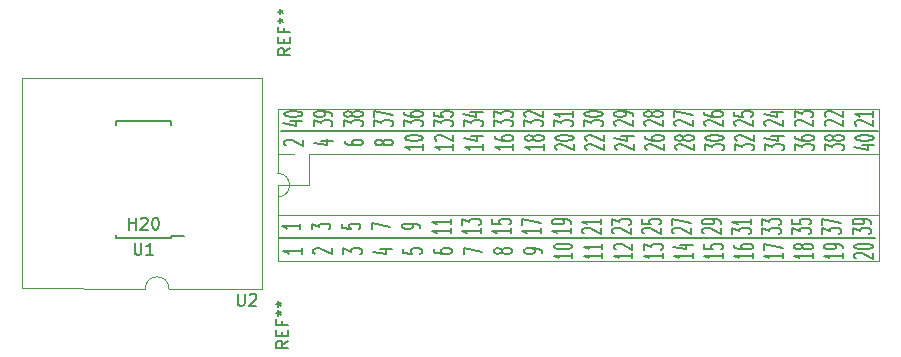
<source format=gbr>
%TF.GenerationSoftware,KiCad,Pcbnew,6.0.11*%
%TF.CreationDate,2024-12-01T18:54:20+01:00*%
%TF.ProjectId,MP6532_board_adapter,4d503635-3332-45f6-926f-6172645f6164,rev?*%
%TF.SameCoordinates,Original*%
%TF.FileFunction,Legend,Top*%
%TF.FilePolarity,Positive*%
%FSLAX46Y46*%
G04 Gerber Fmt 4.6, Leading zero omitted, Abs format (unit mm)*
G04 Created by KiCad (PCBNEW 6.0.11) date 2024-12-01 18:54:20*
%MOMM*%
%LPD*%
G01*
G04 APERTURE LIST*
%ADD10C,0.150000*%
%ADD11C,0.120000*%
G04 APERTURE END LIST*
D10*
X49500000Y-51100000D02*
X100000000Y-51100000D01*
X49700000Y-42000000D02*
X100200000Y-42000000D01*
X50435328Y-41198571D02*
X51488661Y-41198571D01*
X49833423Y-41389047D02*
X50961995Y-41579523D01*
X50961995Y-41084285D01*
X49908661Y-40627142D02*
X49908661Y-40550952D01*
X49983900Y-40474761D01*
X50059138Y-40436666D01*
X50209614Y-40398571D01*
X50510566Y-40360476D01*
X50886757Y-40360476D01*
X51187709Y-40398571D01*
X51338185Y-40436666D01*
X51413423Y-40474761D01*
X51488661Y-40550952D01*
X51488661Y-40627142D01*
X51413423Y-40703333D01*
X51338185Y-40741428D01*
X51187709Y-40779523D01*
X50886757Y-40817619D01*
X50510566Y-40817619D01*
X50209614Y-40779523D01*
X50059138Y-40741428D01*
X49983900Y-40703333D01*
X49908661Y-40627142D01*
X52452461Y-41617619D02*
X52452461Y-41122380D01*
X53054366Y-41389047D01*
X53054366Y-41274761D01*
X53129604Y-41198571D01*
X53204842Y-41160476D01*
X53355319Y-41122380D01*
X53731509Y-41122380D01*
X53881985Y-41160476D01*
X53957223Y-41198571D01*
X54032461Y-41274761D01*
X54032461Y-41503333D01*
X53957223Y-41579523D01*
X53881985Y-41617619D01*
X54032461Y-40741428D02*
X54032461Y-40589047D01*
X53957223Y-40512857D01*
X53881985Y-40474761D01*
X53656271Y-40398571D01*
X53355319Y-40360476D01*
X52753414Y-40360476D01*
X52602938Y-40398571D01*
X52527700Y-40436666D01*
X52452461Y-40512857D01*
X52452461Y-40665238D01*
X52527700Y-40741428D01*
X52602938Y-40779523D01*
X52753414Y-40817619D01*
X53129604Y-40817619D01*
X53280080Y-40779523D01*
X53355319Y-40741428D01*
X53430557Y-40665238D01*
X53430557Y-40512857D01*
X53355319Y-40436666D01*
X53280080Y-40398571D01*
X53129604Y-40360476D01*
X54996261Y-41617619D02*
X54996261Y-41122380D01*
X55598166Y-41389047D01*
X55598166Y-41274761D01*
X55673404Y-41198571D01*
X55748642Y-41160476D01*
X55899119Y-41122380D01*
X56275309Y-41122380D01*
X56425785Y-41160476D01*
X56501023Y-41198571D01*
X56576261Y-41274761D01*
X56576261Y-41503333D01*
X56501023Y-41579523D01*
X56425785Y-41617619D01*
X55673404Y-40665238D02*
X55598166Y-40741428D01*
X55522928Y-40779523D01*
X55372452Y-40817619D01*
X55297214Y-40817619D01*
X55146738Y-40779523D01*
X55071500Y-40741428D01*
X54996261Y-40665238D01*
X54996261Y-40512857D01*
X55071500Y-40436666D01*
X55146738Y-40398571D01*
X55297214Y-40360476D01*
X55372452Y-40360476D01*
X55522928Y-40398571D01*
X55598166Y-40436666D01*
X55673404Y-40512857D01*
X55673404Y-40665238D01*
X55748642Y-40741428D01*
X55823880Y-40779523D01*
X55974357Y-40817619D01*
X56275309Y-40817619D01*
X56425785Y-40779523D01*
X56501023Y-40741428D01*
X56576261Y-40665238D01*
X56576261Y-40512857D01*
X56501023Y-40436666D01*
X56425785Y-40398571D01*
X56275309Y-40360476D01*
X55974357Y-40360476D01*
X55823880Y-40398571D01*
X55748642Y-40436666D01*
X55673404Y-40512857D01*
X57540061Y-41617619D02*
X57540061Y-41122380D01*
X58141966Y-41389047D01*
X58141966Y-41274761D01*
X58217204Y-41198571D01*
X58292442Y-41160476D01*
X58442919Y-41122380D01*
X58819109Y-41122380D01*
X58969585Y-41160476D01*
X59044823Y-41198571D01*
X59120061Y-41274761D01*
X59120061Y-41503333D01*
X59044823Y-41579523D01*
X58969585Y-41617619D01*
X57540061Y-40855714D02*
X57540061Y-40322380D01*
X59120061Y-40665238D01*
X60083861Y-41617619D02*
X60083861Y-41122380D01*
X60685766Y-41389047D01*
X60685766Y-41274761D01*
X60761004Y-41198571D01*
X60836242Y-41160476D01*
X60986719Y-41122380D01*
X61362909Y-41122380D01*
X61513385Y-41160476D01*
X61588623Y-41198571D01*
X61663861Y-41274761D01*
X61663861Y-41503333D01*
X61588623Y-41579523D01*
X61513385Y-41617619D01*
X60083861Y-40436666D02*
X60083861Y-40589047D01*
X60159100Y-40665238D01*
X60234338Y-40703333D01*
X60460052Y-40779523D01*
X60761004Y-40817619D01*
X61362909Y-40817619D01*
X61513385Y-40779523D01*
X61588623Y-40741428D01*
X61663861Y-40665238D01*
X61663861Y-40512857D01*
X61588623Y-40436666D01*
X61513385Y-40398571D01*
X61362909Y-40360476D01*
X60986719Y-40360476D01*
X60836242Y-40398571D01*
X60761004Y-40436666D01*
X60685766Y-40512857D01*
X60685766Y-40665238D01*
X60761004Y-40741428D01*
X60836242Y-40779523D01*
X60986719Y-40817619D01*
X62627661Y-41617619D02*
X62627661Y-41122380D01*
X63229566Y-41389047D01*
X63229566Y-41274761D01*
X63304804Y-41198571D01*
X63380042Y-41160476D01*
X63530519Y-41122380D01*
X63906709Y-41122380D01*
X64057185Y-41160476D01*
X64132423Y-41198571D01*
X64207661Y-41274761D01*
X64207661Y-41503333D01*
X64132423Y-41579523D01*
X64057185Y-41617619D01*
X62627661Y-40398571D02*
X62627661Y-40779523D01*
X63380042Y-40817619D01*
X63304804Y-40779523D01*
X63229566Y-40703333D01*
X63229566Y-40512857D01*
X63304804Y-40436666D01*
X63380042Y-40398571D01*
X63530519Y-40360476D01*
X63906709Y-40360476D01*
X64057185Y-40398571D01*
X64132423Y-40436666D01*
X64207661Y-40512857D01*
X64207661Y-40703333D01*
X64132423Y-40779523D01*
X64057185Y-40817619D01*
X65171461Y-41617619D02*
X65171461Y-41122380D01*
X65773366Y-41389047D01*
X65773366Y-41274761D01*
X65848604Y-41198571D01*
X65923842Y-41160476D01*
X66074319Y-41122380D01*
X66450509Y-41122380D01*
X66600985Y-41160476D01*
X66676223Y-41198571D01*
X66751461Y-41274761D01*
X66751461Y-41503333D01*
X66676223Y-41579523D01*
X66600985Y-41617619D01*
X65698128Y-40436666D02*
X66751461Y-40436666D01*
X65096223Y-40627142D02*
X66224795Y-40817619D01*
X66224795Y-40322380D01*
X67715261Y-41617619D02*
X67715261Y-41122380D01*
X68317166Y-41389047D01*
X68317166Y-41274761D01*
X68392404Y-41198571D01*
X68467642Y-41160476D01*
X68618119Y-41122380D01*
X68994309Y-41122380D01*
X69144785Y-41160476D01*
X69220023Y-41198571D01*
X69295261Y-41274761D01*
X69295261Y-41503333D01*
X69220023Y-41579523D01*
X69144785Y-41617619D01*
X67715261Y-40855714D02*
X67715261Y-40360476D01*
X68317166Y-40627142D01*
X68317166Y-40512857D01*
X68392404Y-40436666D01*
X68467642Y-40398571D01*
X68618119Y-40360476D01*
X68994309Y-40360476D01*
X69144785Y-40398571D01*
X69220023Y-40436666D01*
X69295261Y-40512857D01*
X69295261Y-40741428D01*
X69220023Y-40817619D01*
X69144785Y-40855714D01*
X70259061Y-41617619D02*
X70259061Y-41122380D01*
X70860966Y-41389047D01*
X70860966Y-41274761D01*
X70936204Y-41198571D01*
X71011442Y-41160476D01*
X71161919Y-41122380D01*
X71538109Y-41122380D01*
X71688585Y-41160476D01*
X71763823Y-41198571D01*
X71839061Y-41274761D01*
X71839061Y-41503333D01*
X71763823Y-41579523D01*
X71688585Y-41617619D01*
X70409538Y-40817619D02*
X70334300Y-40779523D01*
X70259061Y-40703333D01*
X70259061Y-40512857D01*
X70334300Y-40436666D01*
X70409538Y-40398571D01*
X70560014Y-40360476D01*
X70710490Y-40360476D01*
X70936204Y-40398571D01*
X71839061Y-40855714D01*
X71839061Y-40360476D01*
X72802861Y-41617619D02*
X72802861Y-41122380D01*
X73404766Y-41389047D01*
X73404766Y-41274761D01*
X73480004Y-41198571D01*
X73555242Y-41160476D01*
X73705719Y-41122380D01*
X74081909Y-41122380D01*
X74232385Y-41160476D01*
X74307623Y-41198571D01*
X74382861Y-41274761D01*
X74382861Y-41503333D01*
X74307623Y-41579523D01*
X74232385Y-41617619D01*
X74382861Y-40360476D02*
X74382861Y-40817619D01*
X74382861Y-40589047D02*
X72802861Y-40589047D01*
X73028576Y-40665238D01*
X73179052Y-40741428D01*
X73254290Y-40817619D01*
X75346661Y-41617619D02*
X75346661Y-41122380D01*
X75948566Y-41389047D01*
X75948566Y-41274761D01*
X76023804Y-41198571D01*
X76099042Y-41160476D01*
X76249519Y-41122380D01*
X76625709Y-41122380D01*
X76776185Y-41160476D01*
X76851423Y-41198571D01*
X76926661Y-41274761D01*
X76926661Y-41503333D01*
X76851423Y-41579523D01*
X76776185Y-41617619D01*
X75346661Y-40627142D02*
X75346661Y-40550952D01*
X75421900Y-40474761D01*
X75497138Y-40436666D01*
X75647614Y-40398571D01*
X75948566Y-40360476D01*
X76324757Y-40360476D01*
X76625709Y-40398571D01*
X76776185Y-40436666D01*
X76851423Y-40474761D01*
X76926661Y-40550952D01*
X76926661Y-40627142D01*
X76851423Y-40703333D01*
X76776185Y-40741428D01*
X76625709Y-40779523D01*
X76324757Y-40817619D01*
X75948566Y-40817619D01*
X75647614Y-40779523D01*
X75497138Y-40741428D01*
X75421900Y-40703333D01*
X75346661Y-40627142D01*
X78040938Y-41579523D02*
X77965700Y-41541428D01*
X77890461Y-41465238D01*
X77890461Y-41274761D01*
X77965700Y-41198571D01*
X78040938Y-41160476D01*
X78191414Y-41122380D01*
X78341890Y-41122380D01*
X78567604Y-41160476D01*
X79470461Y-41617619D01*
X79470461Y-41122380D01*
X79470461Y-40741428D02*
X79470461Y-40589047D01*
X79395223Y-40512857D01*
X79319985Y-40474761D01*
X79094271Y-40398571D01*
X78793319Y-40360476D01*
X78191414Y-40360476D01*
X78040938Y-40398571D01*
X77965700Y-40436666D01*
X77890461Y-40512857D01*
X77890461Y-40665238D01*
X77965700Y-40741428D01*
X78040938Y-40779523D01*
X78191414Y-40817619D01*
X78567604Y-40817619D01*
X78718080Y-40779523D01*
X78793319Y-40741428D01*
X78868557Y-40665238D01*
X78868557Y-40512857D01*
X78793319Y-40436666D01*
X78718080Y-40398571D01*
X78567604Y-40360476D01*
X80584738Y-41579523D02*
X80509500Y-41541428D01*
X80434261Y-41465238D01*
X80434261Y-41274761D01*
X80509500Y-41198571D01*
X80584738Y-41160476D01*
X80735214Y-41122380D01*
X80885690Y-41122380D01*
X81111404Y-41160476D01*
X82014261Y-41617619D01*
X82014261Y-41122380D01*
X81111404Y-40665238D02*
X81036166Y-40741428D01*
X80960928Y-40779523D01*
X80810452Y-40817619D01*
X80735214Y-40817619D01*
X80584738Y-40779523D01*
X80509500Y-40741428D01*
X80434261Y-40665238D01*
X80434261Y-40512857D01*
X80509500Y-40436666D01*
X80584738Y-40398571D01*
X80735214Y-40360476D01*
X80810452Y-40360476D01*
X80960928Y-40398571D01*
X81036166Y-40436666D01*
X81111404Y-40512857D01*
X81111404Y-40665238D01*
X81186642Y-40741428D01*
X81261880Y-40779523D01*
X81412357Y-40817619D01*
X81713309Y-40817619D01*
X81863785Y-40779523D01*
X81939023Y-40741428D01*
X82014261Y-40665238D01*
X82014261Y-40512857D01*
X81939023Y-40436666D01*
X81863785Y-40398571D01*
X81713309Y-40360476D01*
X81412357Y-40360476D01*
X81261880Y-40398571D01*
X81186642Y-40436666D01*
X81111404Y-40512857D01*
X83128538Y-41579523D02*
X83053300Y-41541428D01*
X82978061Y-41465238D01*
X82978061Y-41274761D01*
X83053300Y-41198571D01*
X83128538Y-41160476D01*
X83279014Y-41122380D01*
X83429490Y-41122380D01*
X83655204Y-41160476D01*
X84558061Y-41617619D01*
X84558061Y-41122380D01*
X82978061Y-40855714D02*
X82978061Y-40322380D01*
X84558061Y-40665238D01*
X85672338Y-41579523D02*
X85597100Y-41541428D01*
X85521861Y-41465238D01*
X85521861Y-41274761D01*
X85597100Y-41198571D01*
X85672338Y-41160476D01*
X85822814Y-41122380D01*
X85973290Y-41122380D01*
X86199004Y-41160476D01*
X87101861Y-41617619D01*
X87101861Y-41122380D01*
X85521861Y-40436666D02*
X85521861Y-40589047D01*
X85597100Y-40665238D01*
X85672338Y-40703333D01*
X85898052Y-40779523D01*
X86199004Y-40817619D01*
X86800909Y-40817619D01*
X86951385Y-40779523D01*
X87026623Y-40741428D01*
X87101861Y-40665238D01*
X87101861Y-40512857D01*
X87026623Y-40436666D01*
X86951385Y-40398571D01*
X86800909Y-40360476D01*
X86424719Y-40360476D01*
X86274242Y-40398571D01*
X86199004Y-40436666D01*
X86123766Y-40512857D01*
X86123766Y-40665238D01*
X86199004Y-40741428D01*
X86274242Y-40779523D01*
X86424719Y-40817619D01*
X88216138Y-41579523D02*
X88140900Y-41541428D01*
X88065661Y-41465238D01*
X88065661Y-41274761D01*
X88140900Y-41198571D01*
X88216138Y-41160476D01*
X88366614Y-41122380D01*
X88517090Y-41122380D01*
X88742804Y-41160476D01*
X89645661Y-41617619D01*
X89645661Y-41122380D01*
X88065661Y-40398571D02*
X88065661Y-40779523D01*
X88818042Y-40817619D01*
X88742804Y-40779523D01*
X88667566Y-40703333D01*
X88667566Y-40512857D01*
X88742804Y-40436666D01*
X88818042Y-40398571D01*
X88968519Y-40360476D01*
X89344709Y-40360476D01*
X89495185Y-40398571D01*
X89570423Y-40436666D01*
X89645661Y-40512857D01*
X89645661Y-40703333D01*
X89570423Y-40779523D01*
X89495185Y-40817619D01*
X90759938Y-41579523D02*
X90684700Y-41541428D01*
X90609461Y-41465238D01*
X90609461Y-41274761D01*
X90684700Y-41198571D01*
X90759938Y-41160476D01*
X90910414Y-41122380D01*
X91060890Y-41122380D01*
X91286604Y-41160476D01*
X92189461Y-41617619D01*
X92189461Y-41122380D01*
X91136128Y-40436666D02*
X92189461Y-40436666D01*
X90534223Y-40627142D02*
X91662795Y-40817619D01*
X91662795Y-40322380D01*
X93303738Y-41579523D02*
X93228500Y-41541428D01*
X93153261Y-41465238D01*
X93153261Y-41274761D01*
X93228500Y-41198571D01*
X93303738Y-41160476D01*
X93454214Y-41122380D01*
X93604690Y-41122380D01*
X93830404Y-41160476D01*
X94733261Y-41617619D01*
X94733261Y-41122380D01*
X93153261Y-40855714D02*
X93153261Y-40360476D01*
X93755166Y-40627142D01*
X93755166Y-40512857D01*
X93830404Y-40436666D01*
X93905642Y-40398571D01*
X94056119Y-40360476D01*
X94432309Y-40360476D01*
X94582785Y-40398571D01*
X94658023Y-40436666D01*
X94733261Y-40512857D01*
X94733261Y-40741428D01*
X94658023Y-40817619D01*
X94582785Y-40855714D01*
X95847538Y-41579523D02*
X95772300Y-41541428D01*
X95697061Y-41465238D01*
X95697061Y-41274761D01*
X95772300Y-41198571D01*
X95847538Y-41160476D01*
X95998014Y-41122380D01*
X96148490Y-41122380D01*
X96374204Y-41160476D01*
X97277061Y-41617619D01*
X97277061Y-41122380D01*
X95847538Y-40817619D02*
X95772300Y-40779523D01*
X95697061Y-40703333D01*
X95697061Y-40512857D01*
X95772300Y-40436666D01*
X95847538Y-40398571D01*
X95998014Y-40360476D01*
X96148490Y-40360476D01*
X96374204Y-40398571D01*
X97277061Y-40855714D01*
X97277061Y-40360476D01*
X98391338Y-41579523D02*
X98316100Y-41541428D01*
X98240861Y-41465238D01*
X98240861Y-41274761D01*
X98316100Y-41198571D01*
X98391338Y-41160476D01*
X98541814Y-41122380D01*
X98692290Y-41122380D01*
X98918004Y-41160476D01*
X99820861Y-41617619D01*
X99820861Y-41122380D01*
X99820861Y-40360476D02*
X99820861Y-40817619D01*
X99820861Y-40589047D02*
X98240861Y-40589047D01*
X98466576Y-40665238D01*
X98617052Y-40741428D01*
X98692290Y-40817619D01*
X51308661Y-49861428D02*
X51308661Y-50318571D01*
X51308661Y-50090000D02*
X49728661Y-50090000D01*
X49954376Y-50166190D01*
X50104852Y-50242380D01*
X50180090Y-50318571D01*
X52272461Y-50356666D02*
X52272461Y-49861428D01*
X52874366Y-50128095D01*
X52874366Y-50013809D01*
X52949604Y-49937619D01*
X53024842Y-49899523D01*
X53175319Y-49861428D01*
X53551509Y-49861428D01*
X53701985Y-49899523D01*
X53777223Y-49937619D01*
X53852461Y-50013809D01*
X53852461Y-50242380D01*
X53777223Y-50318571D01*
X53701985Y-50356666D01*
X54816261Y-49899523D02*
X54816261Y-50280476D01*
X55568642Y-50318571D01*
X55493404Y-50280476D01*
X55418166Y-50204285D01*
X55418166Y-50013809D01*
X55493404Y-49937619D01*
X55568642Y-49899523D01*
X55719119Y-49861428D01*
X56095309Y-49861428D01*
X56245785Y-49899523D01*
X56321023Y-49937619D01*
X56396261Y-50013809D01*
X56396261Y-50204285D01*
X56321023Y-50280476D01*
X56245785Y-50318571D01*
X57360061Y-50356666D02*
X57360061Y-49823333D01*
X58940061Y-50166190D01*
X61483861Y-50242380D02*
X61483861Y-50090000D01*
X61408623Y-50013809D01*
X61333385Y-49975714D01*
X61107671Y-49899523D01*
X60806719Y-49861428D01*
X60204814Y-49861428D01*
X60054338Y-49899523D01*
X59979100Y-49937619D01*
X59903861Y-50013809D01*
X59903861Y-50166190D01*
X59979100Y-50242380D01*
X60054338Y-50280476D01*
X60204814Y-50318571D01*
X60581004Y-50318571D01*
X60731480Y-50280476D01*
X60806719Y-50242380D01*
X60881957Y-50166190D01*
X60881957Y-50013809D01*
X60806719Y-49937619D01*
X60731480Y-49899523D01*
X60581004Y-49861428D01*
X64027661Y-50242380D02*
X64027661Y-50699523D01*
X64027661Y-50470952D02*
X62447661Y-50470952D01*
X62673376Y-50547142D01*
X62823852Y-50623333D01*
X62899090Y-50699523D01*
X64027661Y-49480476D02*
X64027661Y-49937619D01*
X64027661Y-49709047D02*
X62447661Y-49709047D01*
X62673376Y-49785238D01*
X62823852Y-49861428D01*
X62899090Y-49937619D01*
X66571461Y-50242380D02*
X66571461Y-50699523D01*
X66571461Y-50470952D02*
X64991461Y-50470952D01*
X65217176Y-50547142D01*
X65367652Y-50623333D01*
X65442890Y-50699523D01*
X64991461Y-49975714D02*
X64991461Y-49480476D01*
X65593366Y-49747142D01*
X65593366Y-49632857D01*
X65668604Y-49556666D01*
X65743842Y-49518571D01*
X65894319Y-49480476D01*
X66270509Y-49480476D01*
X66420985Y-49518571D01*
X66496223Y-49556666D01*
X66571461Y-49632857D01*
X66571461Y-49861428D01*
X66496223Y-49937619D01*
X66420985Y-49975714D01*
X69115261Y-50242380D02*
X69115261Y-50699523D01*
X69115261Y-50470952D02*
X67535261Y-50470952D01*
X67760976Y-50547142D01*
X67911452Y-50623333D01*
X67986690Y-50699523D01*
X67535261Y-49518571D02*
X67535261Y-49899523D01*
X68287642Y-49937619D01*
X68212404Y-49899523D01*
X68137166Y-49823333D01*
X68137166Y-49632857D01*
X68212404Y-49556666D01*
X68287642Y-49518571D01*
X68438119Y-49480476D01*
X68814309Y-49480476D01*
X68964785Y-49518571D01*
X69040023Y-49556666D01*
X69115261Y-49632857D01*
X69115261Y-49823333D01*
X69040023Y-49899523D01*
X68964785Y-49937619D01*
X71659061Y-50242380D02*
X71659061Y-50699523D01*
X71659061Y-50470952D02*
X70079061Y-50470952D01*
X70304776Y-50547142D01*
X70455252Y-50623333D01*
X70530490Y-50699523D01*
X70079061Y-49975714D02*
X70079061Y-49442380D01*
X71659061Y-49785238D01*
X74202861Y-50242380D02*
X74202861Y-50699523D01*
X74202861Y-50470952D02*
X72622861Y-50470952D01*
X72848576Y-50547142D01*
X72999052Y-50623333D01*
X73074290Y-50699523D01*
X74202861Y-49861428D02*
X74202861Y-49709047D01*
X74127623Y-49632857D01*
X74052385Y-49594761D01*
X73826671Y-49518571D01*
X73525719Y-49480476D01*
X72923814Y-49480476D01*
X72773338Y-49518571D01*
X72698100Y-49556666D01*
X72622861Y-49632857D01*
X72622861Y-49785238D01*
X72698100Y-49861428D01*
X72773338Y-49899523D01*
X72923814Y-49937619D01*
X73300004Y-49937619D01*
X73450480Y-49899523D01*
X73525719Y-49861428D01*
X73600957Y-49785238D01*
X73600957Y-49632857D01*
X73525719Y-49556666D01*
X73450480Y-49518571D01*
X73300004Y-49480476D01*
X75317138Y-50699523D02*
X75241900Y-50661428D01*
X75166661Y-50585238D01*
X75166661Y-50394761D01*
X75241900Y-50318571D01*
X75317138Y-50280476D01*
X75467614Y-50242380D01*
X75618090Y-50242380D01*
X75843804Y-50280476D01*
X76746661Y-50737619D01*
X76746661Y-50242380D01*
X76746661Y-49480476D02*
X76746661Y-49937619D01*
X76746661Y-49709047D02*
X75166661Y-49709047D01*
X75392376Y-49785238D01*
X75542852Y-49861428D01*
X75618090Y-49937619D01*
X77860938Y-50699523D02*
X77785700Y-50661428D01*
X77710461Y-50585238D01*
X77710461Y-50394761D01*
X77785700Y-50318571D01*
X77860938Y-50280476D01*
X78011414Y-50242380D01*
X78161890Y-50242380D01*
X78387604Y-50280476D01*
X79290461Y-50737619D01*
X79290461Y-50242380D01*
X77710461Y-49975714D02*
X77710461Y-49480476D01*
X78312366Y-49747142D01*
X78312366Y-49632857D01*
X78387604Y-49556666D01*
X78462842Y-49518571D01*
X78613319Y-49480476D01*
X78989509Y-49480476D01*
X79139985Y-49518571D01*
X79215223Y-49556666D01*
X79290461Y-49632857D01*
X79290461Y-49861428D01*
X79215223Y-49937619D01*
X79139985Y-49975714D01*
X80404738Y-50699523D02*
X80329500Y-50661428D01*
X80254261Y-50585238D01*
X80254261Y-50394761D01*
X80329500Y-50318571D01*
X80404738Y-50280476D01*
X80555214Y-50242380D01*
X80705690Y-50242380D01*
X80931404Y-50280476D01*
X81834261Y-50737619D01*
X81834261Y-50242380D01*
X80254261Y-49518571D02*
X80254261Y-49899523D01*
X81006642Y-49937619D01*
X80931404Y-49899523D01*
X80856166Y-49823333D01*
X80856166Y-49632857D01*
X80931404Y-49556666D01*
X81006642Y-49518571D01*
X81157119Y-49480476D01*
X81533309Y-49480476D01*
X81683785Y-49518571D01*
X81759023Y-49556666D01*
X81834261Y-49632857D01*
X81834261Y-49823333D01*
X81759023Y-49899523D01*
X81683785Y-49937619D01*
X82948538Y-50699523D02*
X82873300Y-50661428D01*
X82798061Y-50585238D01*
X82798061Y-50394761D01*
X82873300Y-50318571D01*
X82948538Y-50280476D01*
X83099014Y-50242380D01*
X83249490Y-50242380D01*
X83475204Y-50280476D01*
X84378061Y-50737619D01*
X84378061Y-50242380D01*
X82798061Y-49975714D02*
X82798061Y-49442380D01*
X84378061Y-49785238D01*
X85492338Y-50699523D02*
X85417100Y-50661428D01*
X85341861Y-50585238D01*
X85341861Y-50394761D01*
X85417100Y-50318571D01*
X85492338Y-50280476D01*
X85642814Y-50242380D01*
X85793290Y-50242380D01*
X86019004Y-50280476D01*
X86921861Y-50737619D01*
X86921861Y-50242380D01*
X86921861Y-49861428D02*
X86921861Y-49709047D01*
X86846623Y-49632857D01*
X86771385Y-49594761D01*
X86545671Y-49518571D01*
X86244719Y-49480476D01*
X85642814Y-49480476D01*
X85492338Y-49518571D01*
X85417100Y-49556666D01*
X85341861Y-49632857D01*
X85341861Y-49785238D01*
X85417100Y-49861428D01*
X85492338Y-49899523D01*
X85642814Y-49937619D01*
X86019004Y-49937619D01*
X86169480Y-49899523D01*
X86244719Y-49861428D01*
X86319957Y-49785238D01*
X86319957Y-49632857D01*
X86244719Y-49556666D01*
X86169480Y-49518571D01*
X86019004Y-49480476D01*
X87885661Y-50737619D02*
X87885661Y-50242380D01*
X88487566Y-50509047D01*
X88487566Y-50394761D01*
X88562804Y-50318571D01*
X88638042Y-50280476D01*
X88788519Y-50242380D01*
X89164709Y-50242380D01*
X89315185Y-50280476D01*
X89390423Y-50318571D01*
X89465661Y-50394761D01*
X89465661Y-50623333D01*
X89390423Y-50699523D01*
X89315185Y-50737619D01*
X89465661Y-49480476D02*
X89465661Y-49937619D01*
X89465661Y-49709047D02*
X87885661Y-49709047D01*
X88111376Y-49785238D01*
X88261852Y-49861428D01*
X88337090Y-49937619D01*
X90429461Y-50737619D02*
X90429461Y-50242380D01*
X91031366Y-50509047D01*
X91031366Y-50394761D01*
X91106604Y-50318571D01*
X91181842Y-50280476D01*
X91332319Y-50242380D01*
X91708509Y-50242380D01*
X91858985Y-50280476D01*
X91934223Y-50318571D01*
X92009461Y-50394761D01*
X92009461Y-50623333D01*
X91934223Y-50699523D01*
X91858985Y-50737619D01*
X90429461Y-49975714D02*
X90429461Y-49480476D01*
X91031366Y-49747142D01*
X91031366Y-49632857D01*
X91106604Y-49556666D01*
X91181842Y-49518571D01*
X91332319Y-49480476D01*
X91708509Y-49480476D01*
X91858985Y-49518571D01*
X91934223Y-49556666D01*
X92009461Y-49632857D01*
X92009461Y-49861428D01*
X91934223Y-49937619D01*
X91858985Y-49975714D01*
X92973261Y-50737619D02*
X92973261Y-50242380D01*
X93575166Y-50509047D01*
X93575166Y-50394761D01*
X93650404Y-50318571D01*
X93725642Y-50280476D01*
X93876119Y-50242380D01*
X94252309Y-50242380D01*
X94402785Y-50280476D01*
X94478023Y-50318571D01*
X94553261Y-50394761D01*
X94553261Y-50623333D01*
X94478023Y-50699523D01*
X94402785Y-50737619D01*
X92973261Y-49518571D02*
X92973261Y-49899523D01*
X93725642Y-49937619D01*
X93650404Y-49899523D01*
X93575166Y-49823333D01*
X93575166Y-49632857D01*
X93650404Y-49556666D01*
X93725642Y-49518571D01*
X93876119Y-49480476D01*
X94252309Y-49480476D01*
X94402785Y-49518571D01*
X94478023Y-49556666D01*
X94553261Y-49632857D01*
X94553261Y-49823333D01*
X94478023Y-49899523D01*
X94402785Y-49937619D01*
X95517061Y-50737619D02*
X95517061Y-50242380D01*
X96118966Y-50509047D01*
X96118966Y-50394761D01*
X96194204Y-50318571D01*
X96269442Y-50280476D01*
X96419919Y-50242380D01*
X96796109Y-50242380D01*
X96946585Y-50280476D01*
X97021823Y-50318571D01*
X97097061Y-50394761D01*
X97097061Y-50623333D01*
X97021823Y-50699523D01*
X96946585Y-50737619D01*
X95517061Y-49975714D02*
X95517061Y-49442380D01*
X97097061Y-49785238D01*
X98060861Y-50737619D02*
X98060861Y-50242380D01*
X98662766Y-50509047D01*
X98662766Y-50394761D01*
X98738004Y-50318571D01*
X98813242Y-50280476D01*
X98963719Y-50242380D01*
X99339909Y-50242380D01*
X99490385Y-50280476D01*
X99565623Y-50318571D01*
X99640861Y-50394761D01*
X99640861Y-50623333D01*
X99565623Y-50699523D01*
X99490385Y-50737619D01*
X99640861Y-49861428D02*
X99640861Y-49709047D01*
X99565623Y-49632857D01*
X99490385Y-49594761D01*
X99264671Y-49518571D01*
X98963719Y-49480476D01*
X98361814Y-49480476D01*
X98211338Y-49518571D01*
X98136100Y-49556666D01*
X98060861Y-49632857D01*
X98060861Y-49785238D01*
X98136100Y-49861428D01*
X98211338Y-49899523D01*
X98361814Y-49937619D01*
X98738004Y-49937619D01*
X98888480Y-49899523D01*
X98963719Y-49861428D01*
X99038957Y-49785238D01*
X99038957Y-49632857D01*
X98963719Y-49556666D01*
X98888480Y-49518571D01*
X98738004Y-49480476D01*
X50119138Y-43228571D02*
X50043900Y-43190476D01*
X49968661Y-43114285D01*
X49968661Y-42923809D01*
X50043900Y-42847619D01*
X50119138Y-42809523D01*
X50269614Y-42771428D01*
X50420090Y-42771428D01*
X50645804Y-42809523D01*
X51548661Y-43266666D01*
X51548661Y-42771428D01*
X53039128Y-42847619D02*
X54092461Y-42847619D01*
X52437223Y-43038095D02*
X53565795Y-43228571D01*
X53565795Y-42733333D01*
X55056261Y-42847619D02*
X55056261Y-43000000D01*
X55131500Y-43076190D01*
X55206738Y-43114285D01*
X55432452Y-43190476D01*
X55733404Y-43228571D01*
X56335309Y-43228571D01*
X56485785Y-43190476D01*
X56561023Y-43152380D01*
X56636261Y-43076190D01*
X56636261Y-42923809D01*
X56561023Y-42847619D01*
X56485785Y-42809523D01*
X56335309Y-42771428D01*
X55959119Y-42771428D01*
X55808642Y-42809523D01*
X55733404Y-42847619D01*
X55658166Y-42923809D01*
X55658166Y-43076190D01*
X55733404Y-43152380D01*
X55808642Y-43190476D01*
X55959119Y-43228571D01*
X58277204Y-43076190D02*
X58201966Y-43152380D01*
X58126728Y-43190476D01*
X57976252Y-43228571D01*
X57901014Y-43228571D01*
X57750538Y-43190476D01*
X57675300Y-43152380D01*
X57600061Y-43076190D01*
X57600061Y-42923809D01*
X57675300Y-42847619D01*
X57750538Y-42809523D01*
X57901014Y-42771428D01*
X57976252Y-42771428D01*
X58126728Y-42809523D01*
X58201966Y-42847619D01*
X58277204Y-42923809D01*
X58277204Y-43076190D01*
X58352442Y-43152380D01*
X58427680Y-43190476D01*
X58578157Y-43228571D01*
X58879109Y-43228571D01*
X59029585Y-43190476D01*
X59104823Y-43152380D01*
X59180061Y-43076190D01*
X59180061Y-42923809D01*
X59104823Y-42847619D01*
X59029585Y-42809523D01*
X58879109Y-42771428D01*
X58578157Y-42771428D01*
X58427680Y-42809523D01*
X58352442Y-42847619D01*
X58277204Y-42923809D01*
X61723861Y-43152380D02*
X61723861Y-43609523D01*
X61723861Y-43380952D02*
X60143861Y-43380952D01*
X60369576Y-43457142D01*
X60520052Y-43533333D01*
X60595290Y-43609523D01*
X60143861Y-42657142D02*
X60143861Y-42580952D01*
X60219100Y-42504761D01*
X60294338Y-42466666D01*
X60444814Y-42428571D01*
X60745766Y-42390476D01*
X61121957Y-42390476D01*
X61422909Y-42428571D01*
X61573385Y-42466666D01*
X61648623Y-42504761D01*
X61723861Y-42580952D01*
X61723861Y-42657142D01*
X61648623Y-42733333D01*
X61573385Y-42771428D01*
X61422909Y-42809523D01*
X61121957Y-42847619D01*
X60745766Y-42847619D01*
X60444814Y-42809523D01*
X60294338Y-42771428D01*
X60219100Y-42733333D01*
X60143861Y-42657142D01*
X64267661Y-43152380D02*
X64267661Y-43609523D01*
X64267661Y-43380952D02*
X62687661Y-43380952D01*
X62913376Y-43457142D01*
X63063852Y-43533333D01*
X63139090Y-43609523D01*
X62838138Y-42847619D02*
X62762900Y-42809523D01*
X62687661Y-42733333D01*
X62687661Y-42542857D01*
X62762900Y-42466666D01*
X62838138Y-42428571D01*
X62988614Y-42390476D01*
X63139090Y-42390476D01*
X63364804Y-42428571D01*
X64267661Y-42885714D01*
X64267661Y-42390476D01*
X66811461Y-43152380D02*
X66811461Y-43609523D01*
X66811461Y-43380952D02*
X65231461Y-43380952D01*
X65457176Y-43457142D01*
X65607652Y-43533333D01*
X65682890Y-43609523D01*
X65758128Y-42466666D02*
X66811461Y-42466666D01*
X65156223Y-42657142D02*
X66284795Y-42847619D01*
X66284795Y-42352380D01*
X69355261Y-43152380D02*
X69355261Y-43609523D01*
X69355261Y-43380952D02*
X67775261Y-43380952D01*
X68000976Y-43457142D01*
X68151452Y-43533333D01*
X68226690Y-43609523D01*
X67775261Y-42466666D02*
X67775261Y-42619047D01*
X67850500Y-42695238D01*
X67925738Y-42733333D01*
X68151452Y-42809523D01*
X68452404Y-42847619D01*
X69054309Y-42847619D01*
X69204785Y-42809523D01*
X69280023Y-42771428D01*
X69355261Y-42695238D01*
X69355261Y-42542857D01*
X69280023Y-42466666D01*
X69204785Y-42428571D01*
X69054309Y-42390476D01*
X68678119Y-42390476D01*
X68527642Y-42428571D01*
X68452404Y-42466666D01*
X68377166Y-42542857D01*
X68377166Y-42695238D01*
X68452404Y-42771428D01*
X68527642Y-42809523D01*
X68678119Y-42847619D01*
X71899061Y-43152380D02*
X71899061Y-43609523D01*
X71899061Y-43380952D02*
X70319061Y-43380952D01*
X70544776Y-43457142D01*
X70695252Y-43533333D01*
X70770490Y-43609523D01*
X70996204Y-42695238D02*
X70920966Y-42771428D01*
X70845728Y-42809523D01*
X70695252Y-42847619D01*
X70620014Y-42847619D01*
X70469538Y-42809523D01*
X70394300Y-42771428D01*
X70319061Y-42695238D01*
X70319061Y-42542857D01*
X70394300Y-42466666D01*
X70469538Y-42428571D01*
X70620014Y-42390476D01*
X70695252Y-42390476D01*
X70845728Y-42428571D01*
X70920966Y-42466666D01*
X70996204Y-42542857D01*
X70996204Y-42695238D01*
X71071442Y-42771428D01*
X71146680Y-42809523D01*
X71297157Y-42847619D01*
X71598109Y-42847619D01*
X71748585Y-42809523D01*
X71823823Y-42771428D01*
X71899061Y-42695238D01*
X71899061Y-42542857D01*
X71823823Y-42466666D01*
X71748585Y-42428571D01*
X71598109Y-42390476D01*
X71297157Y-42390476D01*
X71146680Y-42428571D01*
X71071442Y-42466666D01*
X70996204Y-42542857D01*
X73013338Y-43609523D02*
X72938100Y-43571428D01*
X72862861Y-43495238D01*
X72862861Y-43304761D01*
X72938100Y-43228571D01*
X73013338Y-43190476D01*
X73163814Y-43152380D01*
X73314290Y-43152380D01*
X73540004Y-43190476D01*
X74442861Y-43647619D01*
X74442861Y-43152380D01*
X72862861Y-42657142D02*
X72862861Y-42580952D01*
X72938100Y-42504761D01*
X73013338Y-42466666D01*
X73163814Y-42428571D01*
X73464766Y-42390476D01*
X73840957Y-42390476D01*
X74141909Y-42428571D01*
X74292385Y-42466666D01*
X74367623Y-42504761D01*
X74442861Y-42580952D01*
X74442861Y-42657142D01*
X74367623Y-42733333D01*
X74292385Y-42771428D01*
X74141909Y-42809523D01*
X73840957Y-42847619D01*
X73464766Y-42847619D01*
X73163814Y-42809523D01*
X73013338Y-42771428D01*
X72938100Y-42733333D01*
X72862861Y-42657142D01*
X75557138Y-43609523D02*
X75481900Y-43571428D01*
X75406661Y-43495238D01*
X75406661Y-43304761D01*
X75481900Y-43228571D01*
X75557138Y-43190476D01*
X75707614Y-43152380D01*
X75858090Y-43152380D01*
X76083804Y-43190476D01*
X76986661Y-43647619D01*
X76986661Y-43152380D01*
X75557138Y-42847619D02*
X75481900Y-42809523D01*
X75406661Y-42733333D01*
X75406661Y-42542857D01*
X75481900Y-42466666D01*
X75557138Y-42428571D01*
X75707614Y-42390476D01*
X75858090Y-42390476D01*
X76083804Y-42428571D01*
X76986661Y-42885714D01*
X76986661Y-42390476D01*
X78100938Y-43609523D02*
X78025700Y-43571428D01*
X77950461Y-43495238D01*
X77950461Y-43304761D01*
X78025700Y-43228571D01*
X78100938Y-43190476D01*
X78251414Y-43152380D01*
X78401890Y-43152380D01*
X78627604Y-43190476D01*
X79530461Y-43647619D01*
X79530461Y-43152380D01*
X78477128Y-42466666D02*
X79530461Y-42466666D01*
X77875223Y-42657142D02*
X79003795Y-42847619D01*
X79003795Y-42352380D01*
X80644738Y-43609523D02*
X80569500Y-43571428D01*
X80494261Y-43495238D01*
X80494261Y-43304761D01*
X80569500Y-43228571D01*
X80644738Y-43190476D01*
X80795214Y-43152380D01*
X80945690Y-43152380D01*
X81171404Y-43190476D01*
X82074261Y-43647619D01*
X82074261Y-43152380D01*
X80494261Y-42466666D02*
X80494261Y-42619047D01*
X80569500Y-42695238D01*
X80644738Y-42733333D01*
X80870452Y-42809523D01*
X81171404Y-42847619D01*
X81773309Y-42847619D01*
X81923785Y-42809523D01*
X81999023Y-42771428D01*
X82074261Y-42695238D01*
X82074261Y-42542857D01*
X81999023Y-42466666D01*
X81923785Y-42428571D01*
X81773309Y-42390476D01*
X81397119Y-42390476D01*
X81246642Y-42428571D01*
X81171404Y-42466666D01*
X81096166Y-42542857D01*
X81096166Y-42695238D01*
X81171404Y-42771428D01*
X81246642Y-42809523D01*
X81397119Y-42847619D01*
X83188538Y-43609523D02*
X83113300Y-43571428D01*
X83038061Y-43495238D01*
X83038061Y-43304761D01*
X83113300Y-43228571D01*
X83188538Y-43190476D01*
X83339014Y-43152380D01*
X83489490Y-43152380D01*
X83715204Y-43190476D01*
X84618061Y-43647619D01*
X84618061Y-43152380D01*
X83715204Y-42695238D02*
X83639966Y-42771428D01*
X83564728Y-42809523D01*
X83414252Y-42847619D01*
X83339014Y-42847619D01*
X83188538Y-42809523D01*
X83113300Y-42771428D01*
X83038061Y-42695238D01*
X83038061Y-42542857D01*
X83113300Y-42466666D01*
X83188538Y-42428571D01*
X83339014Y-42390476D01*
X83414252Y-42390476D01*
X83564728Y-42428571D01*
X83639966Y-42466666D01*
X83715204Y-42542857D01*
X83715204Y-42695238D01*
X83790442Y-42771428D01*
X83865680Y-42809523D01*
X84016157Y-42847619D01*
X84317109Y-42847619D01*
X84467585Y-42809523D01*
X84542823Y-42771428D01*
X84618061Y-42695238D01*
X84618061Y-42542857D01*
X84542823Y-42466666D01*
X84467585Y-42428571D01*
X84317109Y-42390476D01*
X84016157Y-42390476D01*
X83865680Y-42428571D01*
X83790442Y-42466666D01*
X83715204Y-42542857D01*
X85581861Y-43647619D02*
X85581861Y-43152380D01*
X86183766Y-43419047D01*
X86183766Y-43304761D01*
X86259004Y-43228571D01*
X86334242Y-43190476D01*
X86484719Y-43152380D01*
X86860909Y-43152380D01*
X87011385Y-43190476D01*
X87086623Y-43228571D01*
X87161861Y-43304761D01*
X87161861Y-43533333D01*
X87086623Y-43609523D01*
X87011385Y-43647619D01*
X85581861Y-42657142D02*
X85581861Y-42580952D01*
X85657100Y-42504761D01*
X85732338Y-42466666D01*
X85882814Y-42428571D01*
X86183766Y-42390476D01*
X86559957Y-42390476D01*
X86860909Y-42428571D01*
X87011385Y-42466666D01*
X87086623Y-42504761D01*
X87161861Y-42580952D01*
X87161861Y-42657142D01*
X87086623Y-42733333D01*
X87011385Y-42771428D01*
X86860909Y-42809523D01*
X86559957Y-42847619D01*
X86183766Y-42847619D01*
X85882814Y-42809523D01*
X85732338Y-42771428D01*
X85657100Y-42733333D01*
X85581861Y-42657142D01*
X88125661Y-43647619D02*
X88125661Y-43152380D01*
X88727566Y-43419047D01*
X88727566Y-43304761D01*
X88802804Y-43228571D01*
X88878042Y-43190476D01*
X89028519Y-43152380D01*
X89404709Y-43152380D01*
X89555185Y-43190476D01*
X89630423Y-43228571D01*
X89705661Y-43304761D01*
X89705661Y-43533333D01*
X89630423Y-43609523D01*
X89555185Y-43647619D01*
X88276138Y-42847619D02*
X88200900Y-42809523D01*
X88125661Y-42733333D01*
X88125661Y-42542857D01*
X88200900Y-42466666D01*
X88276138Y-42428571D01*
X88426614Y-42390476D01*
X88577090Y-42390476D01*
X88802804Y-42428571D01*
X89705661Y-42885714D01*
X89705661Y-42390476D01*
X90669461Y-43647619D02*
X90669461Y-43152380D01*
X91271366Y-43419047D01*
X91271366Y-43304761D01*
X91346604Y-43228571D01*
X91421842Y-43190476D01*
X91572319Y-43152380D01*
X91948509Y-43152380D01*
X92098985Y-43190476D01*
X92174223Y-43228571D01*
X92249461Y-43304761D01*
X92249461Y-43533333D01*
X92174223Y-43609523D01*
X92098985Y-43647619D01*
X91196128Y-42466666D02*
X92249461Y-42466666D01*
X90594223Y-42657142D02*
X91722795Y-42847619D01*
X91722795Y-42352380D01*
X93213261Y-43647619D02*
X93213261Y-43152380D01*
X93815166Y-43419047D01*
X93815166Y-43304761D01*
X93890404Y-43228571D01*
X93965642Y-43190476D01*
X94116119Y-43152380D01*
X94492309Y-43152380D01*
X94642785Y-43190476D01*
X94718023Y-43228571D01*
X94793261Y-43304761D01*
X94793261Y-43533333D01*
X94718023Y-43609523D01*
X94642785Y-43647619D01*
X93213261Y-42466666D02*
X93213261Y-42619047D01*
X93288500Y-42695238D01*
X93363738Y-42733333D01*
X93589452Y-42809523D01*
X93890404Y-42847619D01*
X94492309Y-42847619D01*
X94642785Y-42809523D01*
X94718023Y-42771428D01*
X94793261Y-42695238D01*
X94793261Y-42542857D01*
X94718023Y-42466666D01*
X94642785Y-42428571D01*
X94492309Y-42390476D01*
X94116119Y-42390476D01*
X93965642Y-42428571D01*
X93890404Y-42466666D01*
X93815166Y-42542857D01*
X93815166Y-42695238D01*
X93890404Y-42771428D01*
X93965642Y-42809523D01*
X94116119Y-42847619D01*
X95757061Y-43647619D02*
X95757061Y-43152380D01*
X96358966Y-43419047D01*
X96358966Y-43304761D01*
X96434204Y-43228571D01*
X96509442Y-43190476D01*
X96659919Y-43152380D01*
X97036109Y-43152380D01*
X97186585Y-43190476D01*
X97261823Y-43228571D01*
X97337061Y-43304761D01*
X97337061Y-43533333D01*
X97261823Y-43609523D01*
X97186585Y-43647619D01*
X96434204Y-42695238D02*
X96358966Y-42771428D01*
X96283728Y-42809523D01*
X96133252Y-42847619D01*
X96058014Y-42847619D01*
X95907538Y-42809523D01*
X95832300Y-42771428D01*
X95757061Y-42695238D01*
X95757061Y-42542857D01*
X95832300Y-42466666D01*
X95907538Y-42428571D01*
X96058014Y-42390476D01*
X96133252Y-42390476D01*
X96283728Y-42428571D01*
X96358966Y-42466666D01*
X96434204Y-42542857D01*
X96434204Y-42695238D01*
X96509442Y-42771428D01*
X96584680Y-42809523D01*
X96735157Y-42847619D01*
X97036109Y-42847619D01*
X97186585Y-42809523D01*
X97261823Y-42771428D01*
X97337061Y-42695238D01*
X97337061Y-42542857D01*
X97261823Y-42466666D01*
X97186585Y-42428571D01*
X97036109Y-42390476D01*
X96735157Y-42390476D01*
X96584680Y-42428571D01*
X96509442Y-42466666D01*
X96434204Y-42542857D01*
X98827528Y-43228571D02*
X99880861Y-43228571D01*
X98225623Y-43419047D02*
X99354195Y-43609523D01*
X99354195Y-43114285D01*
X98300861Y-42657142D02*
X98300861Y-42580952D01*
X98376100Y-42504761D01*
X98451338Y-42466666D01*
X98601814Y-42428571D01*
X98902766Y-42390476D01*
X99278957Y-42390476D01*
X99579909Y-42428571D01*
X99730385Y-42466666D01*
X99805623Y-42504761D01*
X99880861Y-42580952D01*
X99880861Y-42657142D01*
X99805623Y-42733333D01*
X99730385Y-42771428D01*
X99579909Y-42809523D01*
X99278957Y-42847619D01*
X98902766Y-42847619D01*
X98601814Y-42809523D01*
X98451338Y-42771428D01*
X98376100Y-42733333D01*
X98300861Y-42657142D01*
X51448661Y-51971428D02*
X51448661Y-52428571D01*
X51448661Y-52200000D02*
X49868661Y-52200000D01*
X50094376Y-52276190D01*
X50244852Y-52352380D01*
X50320090Y-52428571D01*
X52562938Y-52428571D02*
X52487700Y-52390476D01*
X52412461Y-52314285D01*
X52412461Y-52123809D01*
X52487700Y-52047619D01*
X52562938Y-52009523D01*
X52713414Y-51971428D01*
X52863890Y-51971428D01*
X53089604Y-52009523D01*
X53992461Y-52466666D01*
X53992461Y-51971428D01*
X54956261Y-52466666D02*
X54956261Y-51971428D01*
X55558166Y-52238095D01*
X55558166Y-52123809D01*
X55633404Y-52047619D01*
X55708642Y-52009523D01*
X55859119Y-51971428D01*
X56235309Y-51971428D01*
X56385785Y-52009523D01*
X56461023Y-52047619D01*
X56536261Y-52123809D01*
X56536261Y-52352380D01*
X56461023Y-52428571D01*
X56385785Y-52466666D01*
X58026728Y-52047619D02*
X59080061Y-52047619D01*
X57424823Y-52238095D02*
X58553395Y-52428571D01*
X58553395Y-51933333D01*
X60043861Y-52009523D02*
X60043861Y-52390476D01*
X60796242Y-52428571D01*
X60721004Y-52390476D01*
X60645766Y-52314285D01*
X60645766Y-52123809D01*
X60721004Y-52047619D01*
X60796242Y-52009523D01*
X60946719Y-51971428D01*
X61322909Y-51971428D01*
X61473385Y-52009523D01*
X61548623Y-52047619D01*
X61623861Y-52123809D01*
X61623861Y-52314285D01*
X61548623Y-52390476D01*
X61473385Y-52428571D01*
X62587661Y-52047619D02*
X62587661Y-52200000D01*
X62662900Y-52276190D01*
X62738138Y-52314285D01*
X62963852Y-52390476D01*
X63264804Y-52428571D01*
X63866709Y-52428571D01*
X64017185Y-52390476D01*
X64092423Y-52352380D01*
X64167661Y-52276190D01*
X64167661Y-52123809D01*
X64092423Y-52047619D01*
X64017185Y-52009523D01*
X63866709Y-51971428D01*
X63490519Y-51971428D01*
X63340042Y-52009523D01*
X63264804Y-52047619D01*
X63189566Y-52123809D01*
X63189566Y-52276190D01*
X63264804Y-52352380D01*
X63340042Y-52390476D01*
X63490519Y-52428571D01*
X65131461Y-52466666D02*
X65131461Y-51933333D01*
X66711461Y-52276190D01*
X68352404Y-52276190D02*
X68277166Y-52352380D01*
X68201928Y-52390476D01*
X68051452Y-52428571D01*
X67976214Y-52428571D01*
X67825738Y-52390476D01*
X67750500Y-52352380D01*
X67675261Y-52276190D01*
X67675261Y-52123809D01*
X67750500Y-52047619D01*
X67825738Y-52009523D01*
X67976214Y-51971428D01*
X68051452Y-51971428D01*
X68201928Y-52009523D01*
X68277166Y-52047619D01*
X68352404Y-52123809D01*
X68352404Y-52276190D01*
X68427642Y-52352380D01*
X68502880Y-52390476D01*
X68653357Y-52428571D01*
X68954309Y-52428571D01*
X69104785Y-52390476D01*
X69180023Y-52352380D01*
X69255261Y-52276190D01*
X69255261Y-52123809D01*
X69180023Y-52047619D01*
X69104785Y-52009523D01*
X68954309Y-51971428D01*
X68653357Y-51971428D01*
X68502880Y-52009523D01*
X68427642Y-52047619D01*
X68352404Y-52123809D01*
X71799061Y-52352380D02*
X71799061Y-52200000D01*
X71723823Y-52123809D01*
X71648585Y-52085714D01*
X71422871Y-52009523D01*
X71121919Y-51971428D01*
X70520014Y-51971428D01*
X70369538Y-52009523D01*
X70294300Y-52047619D01*
X70219061Y-52123809D01*
X70219061Y-52276190D01*
X70294300Y-52352380D01*
X70369538Y-52390476D01*
X70520014Y-52428571D01*
X70896204Y-52428571D01*
X71046680Y-52390476D01*
X71121919Y-52352380D01*
X71197157Y-52276190D01*
X71197157Y-52123809D01*
X71121919Y-52047619D01*
X71046680Y-52009523D01*
X70896204Y-51971428D01*
X74342861Y-52352380D02*
X74342861Y-52809523D01*
X74342861Y-52580952D02*
X72762861Y-52580952D01*
X72988576Y-52657142D01*
X73139052Y-52733333D01*
X73214290Y-52809523D01*
X72762861Y-51857142D02*
X72762861Y-51780952D01*
X72838100Y-51704761D01*
X72913338Y-51666666D01*
X73063814Y-51628571D01*
X73364766Y-51590476D01*
X73740957Y-51590476D01*
X74041909Y-51628571D01*
X74192385Y-51666666D01*
X74267623Y-51704761D01*
X74342861Y-51780952D01*
X74342861Y-51857142D01*
X74267623Y-51933333D01*
X74192385Y-51971428D01*
X74041909Y-52009523D01*
X73740957Y-52047619D01*
X73364766Y-52047619D01*
X73063814Y-52009523D01*
X72913338Y-51971428D01*
X72838100Y-51933333D01*
X72762861Y-51857142D01*
X76886661Y-52352380D02*
X76886661Y-52809523D01*
X76886661Y-52580952D02*
X75306661Y-52580952D01*
X75532376Y-52657142D01*
X75682852Y-52733333D01*
X75758090Y-52809523D01*
X76886661Y-51590476D02*
X76886661Y-52047619D01*
X76886661Y-51819047D02*
X75306661Y-51819047D01*
X75532376Y-51895238D01*
X75682852Y-51971428D01*
X75758090Y-52047619D01*
X79430461Y-52352380D02*
X79430461Y-52809523D01*
X79430461Y-52580952D02*
X77850461Y-52580952D01*
X78076176Y-52657142D01*
X78226652Y-52733333D01*
X78301890Y-52809523D01*
X78000938Y-52047619D02*
X77925700Y-52009523D01*
X77850461Y-51933333D01*
X77850461Y-51742857D01*
X77925700Y-51666666D01*
X78000938Y-51628571D01*
X78151414Y-51590476D01*
X78301890Y-51590476D01*
X78527604Y-51628571D01*
X79430461Y-52085714D01*
X79430461Y-51590476D01*
X81974261Y-52352380D02*
X81974261Y-52809523D01*
X81974261Y-52580952D02*
X80394261Y-52580952D01*
X80619976Y-52657142D01*
X80770452Y-52733333D01*
X80845690Y-52809523D01*
X80394261Y-52085714D02*
X80394261Y-51590476D01*
X80996166Y-51857142D01*
X80996166Y-51742857D01*
X81071404Y-51666666D01*
X81146642Y-51628571D01*
X81297119Y-51590476D01*
X81673309Y-51590476D01*
X81823785Y-51628571D01*
X81899023Y-51666666D01*
X81974261Y-51742857D01*
X81974261Y-51971428D01*
X81899023Y-52047619D01*
X81823785Y-52085714D01*
X84518061Y-52352380D02*
X84518061Y-52809523D01*
X84518061Y-52580952D02*
X82938061Y-52580952D01*
X83163776Y-52657142D01*
X83314252Y-52733333D01*
X83389490Y-52809523D01*
X83464728Y-51666666D02*
X84518061Y-51666666D01*
X82862823Y-51857142D02*
X83991395Y-52047619D01*
X83991395Y-51552380D01*
X87061861Y-52352380D02*
X87061861Y-52809523D01*
X87061861Y-52580952D02*
X85481861Y-52580952D01*
X85707576Y-52657142D01*
X85858052Y-52733333D01*
X85933290Y-52809523D01*
X85481861Y-51628571D02*
X85481861Y-52009523D01*
X86234242Y-52047619D01*
X86159004Y-52009523D01*
X86083766Y-51933333D01*
X86083766Y-51742857D01*
X86159004Y-51666666D01*
X86234242Y-51628571D01*
X86384719Y-51590476D01*
X86760909Y-51590476D01*
X86911385Y-51628571D01*
X86986623Y-51666666D01*
X87061861Y-51742857D01*
X87061861Y-51933333D01*
X86986623Y-52009523D01*
X86911385Y-52047619D01*
X89605661Y-52352380D02*
X89605661Y-52809523D01*
X89605661Y-52580952D02*
X88025661Y-52580952D01*
X88251376Y-52657142D01*
X88401852Y-52733333D01*
X88477090Y-52809523D01*
X88025661Y-51666666D02*
X88025661Y-51819047D01*
X88100900Y-51895238D01*
X88176138Y-51933333D01*
X88401852Y-52009523D01*
X88702804Y-52047619D01*
X89304709Y-52047619D01*
X89455185Y-52009523D01*
X89530423Y-51971428D01*
X89605661Y-51895238D01*
X89605661Y-51742857D01*
X89530423Y-51666666D01*
X89455185Y-51628571D01*
X89304709Y-51590476D01*
X88928519Y-51590476D01*
X88778042Y-51628571D01*
X88702804Y-51666666D01*
X88627566Y-51742857D01*
X88627566Y-51895238D01*
X88702804Y-51971428D01*
X88778042Y-52009523D01*
X88928519Y-52047619D01*
X92149461Y-52352380D02*
X92149461Y-52809523D01*
X92149461Y-52580952D02*
X90569461Y-52580952D01*
X90795176Y-52657142D01*
X90945652Y-52733333D01*
X91020890Y-52809523D01*
X90569461Y-52085714D02*
X90569461Y-51552380D01*
X92149461Y-51895238D01*
X94693261Y-52352380D02*
X94693261Y-52809523D01*
X94693261Y-52580952D02*
X93113261Y-52580952D01*
X93338976Y-52657142D01*
X93489452Y-52733333D01*
X93564690Y-52809523D01*
X93790404Y-51895238D02*
X93715166Y-51971428D01*
X93639928Y-52009523D01*
X93489452Y-52047619D01*
X93414214Y-52047619D01*
X93263738Y-52009523D01*
X93188500Y-51971428D01*
X93113261Y-51895238D01*
X93113261Y-51742857D01*
X93188500Y-51666666D01*
X93263738Y-51628571D01*
X93414214Y-51590476D01*
X93489452Y-51590476D01*
X93639928Y-51628571D01*
X93715166Y-51666666D01*
X93790404Y-51742857D01*
X93790404Y-51895238D01*
X93865642Y-51971428D01*
X93940880Y-52009523D01*
X94091357Y-52047619D01*
X94392309Y-52047619D01*
X94542785Y-52009523D01*
X94618023Y-51971428D01*
X94693261Y-51895238D01*
X94693261Y-51742857D01*
X94618023Y-51666666D01*
X94542785Y-51628571D01*
X94392309Y-51590476D01*
X94091357Y-51590476D01*
X93940880Y-51628571D01*
X93865642Y-51666666D01*
X93790404Y-51742857D01*
X97237061Y-52352380D02*
X97237061Y-52809523D01*
X97237061Y-52580952D02*
X95657061Y-52580952D01*
X95882776Y-52657142D01*
X96033252Y-52733333D01*
X96108490Y-52809523D01*
X97237061Y-51971428D02*
X97237061Y-51819047D01*
X97161823Y-51742857D01*
X97086585Y-51704761D01*
X96860871Y-51628571D01*
X96559919Y-51590476D01*
X95958014Y-51590476D01*
X95807538Y-51628571D01*
X95732300Y-51666666D01*
X95657061Y-51742857D01*
X95657061Y-51895238D01*
X95732300Y-51971428D01*
X95807538Y-52009523D01*
X95958014Y-52047619D01*
X96334204Y-52047619D01*
X96484680Y-52009523D01*
X96559919Y-51971428D01*
X96635157Y-51895238D01*
X96635157Y-51742857D01*
X96559919Y-51666666D01*
X96484680Y-51628571D01*
X96334204Y-51590476D01*
X98351338Y-52809523D02*
X98276100Y-52771428D01*
X98200861Y-52695238D01*
X98200861Y-52504761D01*
X98276100Y-52428571D01*
X98351338Y-52390476D01*
X98501814Y-52352380D01*
X98652290Y-52352380D01*
X98878004Y-52390476D01*
X99780861Y-52847619D01*
X99780861Y-52352380D01*
X98200861Y-51857142D02*
X98200861Y-51780952D01*
X98276100Y-51704761D01*
X98351338Y-51666666D01*
X98501814Y-51628571D01*
X98802766Y-51590476D01*
X99178957Y-51590476D01*
X99479909Y-51628571D01*
X99630385Y-51666666D01*
X99705623Y-51704761D01*
X99780861Y-51780952D01*
X99780861Y-51857142D01*
X99705623Y-51933333D01*
X99630385Y-51971428D01*
X99479909Y-52009523D01*
X99178957Y-52047619D01*
X98802766Y-52047619D01*
X98501814Y-52009523D01*
X98351338Y-51971428D01*
X98276100Y-51933333D01*
X98200861Y-51857142D01*
%TO.C,REF\u002A\u002A*%
X50412380Y-35013333D02*
X49936190Y-35346666D01*
X50412380Y-35584761D02*
X49412380Y-35584761D01*
X49412380Y-35203809D01*
X49460000Y-35108571D01*
X49507619Y-35060952D01*
X49602857Y-35013333D01*
X49745714Y-35013333D01*
X49840952Y-35060952D01*
X49888571Y-35108571D01*
X49936190Y-35203809D01*
X49936190Y-35584761D01*
X49888571Y-34584761D02*
X49888571Y-34251428D01*
X50412380Y-34108571D02*
X50412380Y-34584761D01*
X49412380Y-34584761D01*
X49412380Y-34108571D01*
X49888571Y-33346666D02*
X49888571Y-33680000D01*
X50412380Y-33680000D02*
X49412380Y-33680000D01*
X49412380Y-33203809D01*
X49412380Y-32680000D02*
X49650476Y-32680000D01*
X49555238Y-32918095D02*
X49650476Y-32680000D01*
X49555238Y-32441904D01*
X49840952Y-32822857D02*
X49650476Y-32680000D01*
X49840952Y-32537142D01*
X49412380Y-31918095D02*
X49650476Y-31918095D01*
X49555238Y-32156190D02*
X49650476Y-31918095D01*
X49555238Y-31680000D01*
X49840952Y-32060952D02*
X49650476Y-31918095D01*
X49840952Y-31775238D01*
%TO.C,U1*%
X37276086Y-51502630D02*
X37276086Y-52312154D01*
X37323705Y-52407392D01*
X37371324Y-52455011D01*
X37466562Y-52502630D01*
X37657038Y-52502630D01*
X37752276Y-52455011D01*
X37799895Y-52407392D01*
X37847514Y-52312154D01*
X37847514Y-51502630D01*
X38847514Y-52502630D02*
X38276086Y-52502630D01*
X38561800Y-52502630D02*
X38561800Y-51502630D01*
X38466562Y-51645488D01*
X38371324Y-51740726D01*
X38276086Y-51788345D01*
%TO.C,U2*%
X46026086Y-55821380D02*
X46026086Y-56630904D01*
X46073705Y-56726142D01*
X46121324Y-56773761D01*
X46216562Y-56821380D01*
X46407038Y-56821380D01*
X46502276Y-56773761D01*
X46549895Y-56726142D01*
X46597514Y-56630904D01*
X46597514Y-55821380D01*
X47026086Y-55916619D02*
X47073705Y-55869000D01*
X47168943Y-55821380D01*
X47407038Y-55821380D01*
X47502276Y-55869000D01*
X47549895Y-55916619D01*
X47597514Y-56011857D01*
X47597514Y-56107095D01*
X47549895Y-56249952D01*
X46978467Y-56821380D01*
X47597514Y-56821380D01*
%TO.C,H20*%
X36799895Y-50371380D02*
X36799895Y-49371380D01*
X36799895Y-49847571D02*
X37371324Y-49847571D01*
X37371324Y-50371380D02*
X37371324Y-49371380D01*
X37799895Y-49466619D02*
X37847514Y-49419000D01*
X37942752Y-49371380D01*
X38180848Y-49371380D01*
X38276086Y-49419000D01*
X38323705Y-49466619D01*
X38371324Y-49561857D01*
X38371324Y-49657095D01*
X38323705Y-49799952D01*
X37752276Y-50371380D01*
X38371324Y-50371380D01*
X38990371Y-49371380D02*
X39085610Y-49371380D01*
X39180848Y-49419000D01*
X39228467Y-49466619D01*
X39276086Y-49561857D01*
X39323705Y-49752333D01*
X39323705Y-49990428D01*
X39276086Y-50180904D01*
X39228467Y-50276142D01*
X39180848Y-50323761D01*
X39085610Y-50371380D01*
X38990371Y-50371380D01*
X38895133Y-50323761D01*
X38847514Y-50276142D01*
X38799895Y-50180904D01*
X38752276Y-49990428D01*
X38752276Y-49752333D01*
X38799895Y-49561857D01*
X38847514Y-49466619D01*
X38895133Y-49419000D01*
X38990371Y-49371380D01*
%TO.C,REF\u002A\u002A*%
X50272380Y-59793333D02*
X49796190Y-60126666D01*
X50272380Y-60364761D02*
X49272380Y-60364761D01*
X49272380Y-59983809D01*
X49320000Y-59888571D01*
X49367619Y-59840952D01*
X49462857Y-59793333D01*
X49605714Y-59793333D01*
X49700952Y-59840952D01*
X49748571Y-59888571D01*
X49796190Y-59983809D01*
X49796190Y-60364761D01*
X49748571Y-59364761D02*
X49748571Y-59031428D01*
X50272380Y-58888571D02*
X50272380Y-59364761D01*
X49272380Y-59364761D01*
X49272380Y-58888571D01*
X49748571Y-58126666D02*
X49748571Y-58460000D01*
X50272380Y-58460000D02*
X49272380Y-58460000D01*
X49272380Y-57983809D01*
X49272380Y-57460000D02*
X49510476Y-57460000D01*
X49415238Y-57698095D02*
X49510476Y-57460000D01*
X49415238Y-57221904D01*
X49700952Y-57602857D02*
X49510476Y-57460000D01*
X49700952Y-57317142D01*
X49272380Y-56698095D02*
X49510476Y-56698095D01*
X49415238Y-56936190D02*
X49510476Y-56698095D01*
X49415238Y-56460000D01*
X49700952Y-56840952D02*
X49510476Y-56698095D01*
X49700952Y-56555238D01*
D11*
X49420000Y-49180000D02*
X49420000Y-46580000D01*
X52020000Y-43980000D02*
X100340000Y-43980000D01*
X49420000Y-49180000D02*
X100340000Y-49180000D01*
X52020000Y-46580000D02*
X52020000Y-43980000D01*
X49420000Y-46580000D02*
X52020000Y-46580000D01*
X49420000Y-45310000D02*
X49420000Y-43980000D01*
X100340000Y-49180000D02*
X100340000Y-43980000D01*
X49420000Y-43980000D02*
X50750000Y-43980000D01*
D10*
%TO.C,U1*%
X40362991Y-50900250D02*
X41437991Y-50900250D01*
X40362991Y-41175250D02*
X40362991Y-41500250D01*
X35712991Y-41175250D02*
X35712991Y-41500250D01*
X40362991Y-51125250D02*
X35712991Y-51125250D01*
X40362991Y-41175250D02*
X35712991Y-41175250D01*
X35712991Y-51125250D02*
X35712991Y-50800250D01*
X40362991Y-51125250D02*
X40362991Y-50900250D01*
D11*
%TO.C,U2*%
X27759991Y-37529000D02*
X27759991Y-55309000D01*
X40189991Y-55369000D02*
X48079991Y-55369000D01*
X48079991Y-55369000D02*
X48079991Y-37529000D01*
X27759991Y-55309000D02*
X38189991Y-55369000D01*
X48079991Y-37529000D02*
X27759991Y-37529000D01*
X40189991Y-55369000D02*
G75*
G03*
X38189991Y-55369000I-1000000J0D01*
G01*
%TO.C,REF\u002A\u002A*%
X49395000Y-40145000D02*
X49395000Y-45605000D01*
X49395000Y-47605000D02*
X49395000Y-53065000D01*
X100315000Y-53065000D02*
X100315000Y-40145000D01*
X49395000Y-53065000D02*
X100315000Y-53065000D01*
X100315000Y-40145000D02*
X49395000Y-40145000D01*
X49395000Y-47605000D02*
G75*
G03*
X49395000Y-45605000I0J1000000D01*
G01*
%TD*%
M02*

</source>
